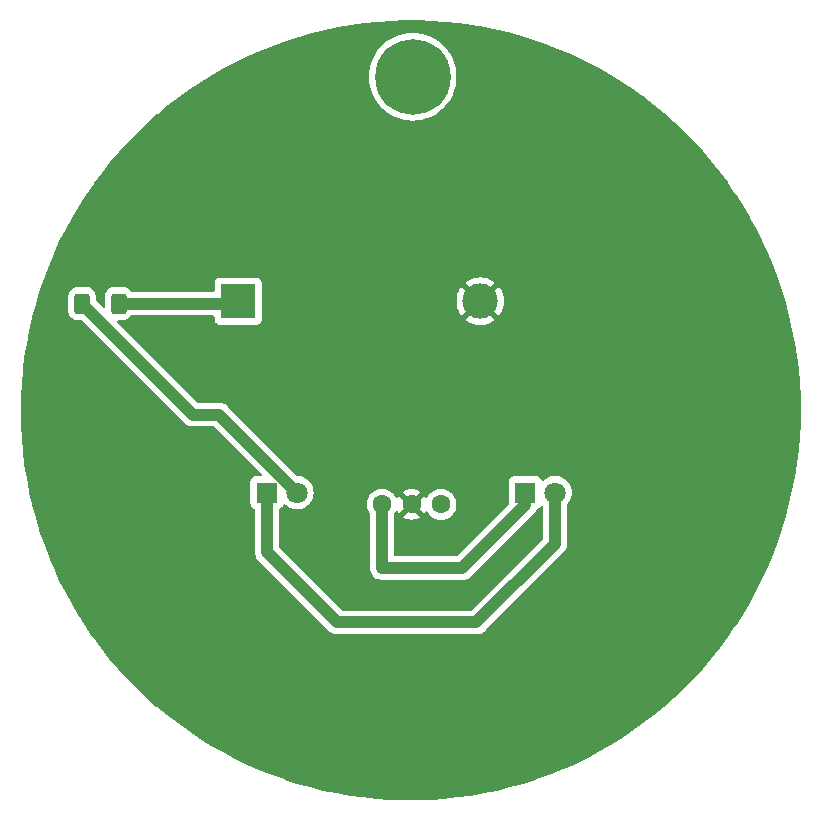
<source format=gbr>
%TF.GenerationSoftware,KiCad,Pcbnew,8.0.4*%
%TF.CreationDate,2024-08-07T13:37:20+08:00*%
%TF.ProjectId,flashlight schematic,666c6173-686c-4696-9768-742073636865,rev?*%
%TF.SameCoordinates,Original*%
%TF.FileFunction,Copper,L2,Bot*%
%TF.FilePolarity,Positive*%
%FSLAX46Y46*%
G04 Gerber Fmt 4.6, Leading zero omitted, Abs format (unit mm)*
G04 Created by KiCad (PCBNEW 8.0.4) date 2024-08-07 13:37:20*
%MOMM*%
%LPD*%
G01*
G04 APERTURE LIST*
G04 Aperture macros list*
%AMRoundRect*
0 Rectangle with rounded corners*
0 $1 Rounding radius*
0 $2 $3 $4 $5 $6 $7 $8 $9 X,Y pos of 4 corners*
0 Add a 4 corners polygon primitive as box body*
4,1,4,$2,$3,$4,$5,$6,$7,$8,$9,$2,$3,0*
0 Add four circle primitives for the rounded corners*
1,1,$1+$1,$2,$3*
1,1,$1+$1,$4,$5*
1,1,$1+$1,$6,$7*
1,1,$1+$1,$8,$9*
0 Add four rect primitives between the rounded corners*
20,1,$1+$1,$2,$3,$4,$5,0*
20,1,$1+$1,$4,$5,$6,$7,0*
20,1,$1+$1,$6,$7,$8,$9,0*
20,1,$1+$1,$8,$9,$2,$3,0*%
G04 Aperture macros list end*
%TA.AperFunction,ComponentPad*%
%ADD10C,6.400000*%
%TD*%
%TA.AperFunction,ComponentPad*%
%ADD11C,1.600000*%
%TD*%
%TA.AperFunction,ComponentPad*%
%ADD12R,1.800000X1.800000*%
%TD*%
%TA.AperFunction,ComponentPad*%
%ADD13C,1.800000*%
%TD*%
%TA.AperFunction,SMDPad,CuDef*%
%ADD14RoundRect,0.250000X-0.400000X-0.625000X0.400000X-0.625000X0.400000X0.625000X-0.400000X0.625000X0*%
%TD*%
%TA.AperFunction,ComponentPad*%
%ADD15R,3.000000X3.000000*%
%TD*%
%TA.AperFunction,ComponentPad*%
%ADD16C,3.000000*%
%TD*%
%TA.AperFunction,Conductor*%
%ADD17C,1.000000*%
%TD*%
%TA.AperFunction,Conductor*%
%ADD18C,0.200000*%
%TD*%
G04 APERTURE END LIST*
D10*
%TO.P,REF\u002A\u002A,1*%
%TO.N,N/C*%
X150200000Y-71400000D03*
%TD*%
D11*
%TO.P,SW1,1,A*%
%TO.N,Net-(D2-K)*%
X147600000Y-107600000D03*
%TO.P,SW1,2,B*%
%TO.N,Net-(BT1--)*%
X150100000Y-107600000D03*
%TO.P,SW1,3*%
%TO.N,N/C*%
X152600000Y-107600000D03*
%TD*%
D12*
%TO.P,D2,1,K*%
%TO.N,Net-(D2-K)*%
X159725000Y-106600000D03*
D13*
%TO.P,D2,2,A*%
%TO.N,Net-(D1-K)*%
X162265000Y-106600000D03*
%TD*%
D12*
%TO.P,D1,1,K*%
%TO.N,Net-(D1-K)*%
X137860000Y-106600000D03*
D13*
%TO.P,D1,2,A*%
%TO.N,Net-(D1-A)*%
X140400000Y-106600000D03*
%TD*%
D14*
%TO.P,R1,1*%
%TO.N,Net-(D1-A)*%
X122200000Y-90600000D03*
%TO.P,R1,2*%
%TO.N,Net-(BT1-+)*%
X125300000Y-90600000D03*
%TD*%
D15*
%TO.P,BT1,1,+*%
%TO.N,Net-(BT1-+)*%
X135425000Y-90400000D03*
D16*
%TO.P,BT1,2,-*%
%TO.N,Net-(BT1--)*%
X155915000Y-90400000D03*
%TD*%
D17*
%TO.N,Net-(BT1-+)*%
X125300000Y-90600000D02*
X135225000Y-90600000D01*
D18*
X135225000Y-90600000D02*
X135425000Y-90400000D01*
D17*
%TO.N,Net-(D1-A)*%
X122200000Y-90600000D02*
X131600000Y-100000000D01*
X131600000Y-100000000D02*
X133800000Y-100000000D01*
X133800000Y-100000000D02*
X140400000Y-106600000D01*
%TO.N,Net-(D1-K)*%
X155600000Y-117600000D02*
X162265000Y-110935000D01*
X137860000Y-111660000D02*
X143800000Y-117600000D01*
X143800000Y-117600000D02*
X155600000Y-117600000D01*
X162265000Y-110935000D02*
X162265000Y-106600000D01*
X137860000Y-106600000D02*
X137860000Y-111660000D01*
%TO.N,Net-(D2-K)*%
X154400000Y-113000000D02*
X147600000Y-113000000D01*
X159725000Y-107675000D02*
X154400000Y-113000000D01*
X147600000Y-113000000D02*
X147600000Y-107600000D01*
D18*
X159725000Y-106600000D02*
X159725000Y-107675000D01*
%TD*%
%TA.AperFunction,Conductor*%
%TO.N,Net-(BT1--)*%
G36*
X150673240Y-66618302D02*
G01*
X151810484Y-66657579D01*
X151814702Y-66657797D01*
X152949961Y-66736308D01*
X152954208Y-66736675D01*
X154086079Y-66854322D01*
X154090231Y-66854826D01*
X155217429Y-67011480D01*
X155221561Y-67012128D01*
X156342611Y-67207584D01*
X156346783Y-67208386D01*
X157454727Y-67441223D01*
X157460375Y-67442410D01*
X157464549Y-67443362D01*
X158569426Y-67715689D01*
X158573531Y-67716776D01*
X159134554Y-67875786D01*
X159668330Y-68027073D01*
X159672428Y-68028311D01*
X160755914Y-68376225D01*
X160759880Y-68377575D01*
X161716798Y-68721714D01*
X161830687Y-68762672D01*
X161834690Y-68764190D01*
X162891557Y-69186013D01*
X162895473Y-69187655D01*
X163445744Y-69429623D01*
X163937145Y-69645704D01*
X163941034Y-69647495D01*
X164966242Y-70141209D01*
X164970066Y-70143132D01*
X165977684Y-70671971D01*
X165981409Y-70674009D01*
X166970148Y-71237298D01*
X166973801Y-71239464D01*
X167942501Y-71836540D01*
X167946065Y-71838822D01*
X168819881Y-72419963D01*
X168823335Y-72422348D01*
X169500455Y-72907197D01*
X169706728Y-73054898D01*
X169710165Y-73057450D01*
X170611216Y-73750912D01*
X170614563Y-73753581D01*
X171491161Y-74477746D01*
X171494413Y-74480529D01*
X172345453Y-75234486D01*
X172348608Y-75237379D01*
X173173159Y-76020298D01*
X173176206Y-76023293D01*
X173763469Y-76620782D01*
X173973231Y-76834197D01*
X173976178Y-76837301D01*
X174744723Y-77675214D01*
X174747562Y-77678418D01*
X175486747Y-78542381D01*
X175489473Y-78545681D01*
X176198390Y-79434635D01*
X176201001Y-79438028D01*
X176878804Y-80350910D01*
X176881296Y-80354390D01*
X177527185Y-81290121D01*
X177529556Y-81293685D01*
X178142779Y-82251179D01*
X178145025Y-82254823D01*
X178724827Y-83232901D01*
X178726937Y-83236605D01*
X178774571Y-83323677D01*
X179272638Y-84234121D01*
X179274627Y-84237911D01*
X179785570Y-85253662D01*
X179787422Y-85257508D01*
X179873300Y-85444005D01*
X180262995Y-86290280D01*
X180264718Y-86294198D01*
X180704364Y-87342773D01*
X180705951Y-87346749D01*
X181109138Y-88409865D01*
X181110587Y-88413893D01*
X181476852Y-89490332D01*
X181478160Y-89494408D01*
X181807030Y-90582771D01*
X181808198Y-90586889D01*
X182099325Y-91686032D01*
X182100349Y-91690188D01*
X182353359Y-92798697D01*
X182354239Y-92802887D01*
X182568829Y-93919427D01*
X182569565Y-93923644D01*
X182745498Y-95046988D01*
X182746087Y-95051227D01*
X182883140Y-96179961D01*
X182883582Y-96184219D01*
X182981590Y-97316963D01*
X182981886Y-97321234D01*
X183040740Y-98456731D01*
X183040888Y-98461009D01*
X183060514Y-99597860D01*
X183060514Y-99602140D01*
X183040888Y-100738990D01*
X183040740Y-100743268D01*
X182981886Y-101878765D01*
X182981590Y-101883036D01*
X182883582Y-103015780D01*
X182883140Y-103020038D01*
X182746087Y-104148772D01*
X182745498Y-104153011D01*
X182569565Y-105276355D01*
X182568829Y-105280572D01*
X182354239Y-106397112D01*
X182353359Y-106401302D01*
X182100349Y-107509811D01*
X182099325Y-107513967D01*
X181808198Y-108613110D01*
X181807030Y-108617228D01*
X181478160Y-109705591D01*
X181476852Y-109709667D01*
X181110587Y-110786106D01*
X181109138Y-110790134D01*
X180705951Y-111853250D01*
X180704364Y-111857226D01*
X180264718Y-112905801D01*
X180262995Y-112909719D01*
X179787427Y-113942480D01*
X179785570Y-113946337D01*
X179274627Y-114962088D01*
X179272638Y-114965878D01*
X178726946Y-115963378D01*
X178724827Y-115967098D01*
X178145025Y-116945176D01*
X178142779Y-116948820D01*
X177529556Y-117906314D01*
X177527185Y-117909878D01*
X176881296Y-118845609D01*
X176878804Y-118849089D01*
X176201001Y-119761971D01*
X176198390Y-119765364D01*
X175489473Y-120654318D01*
X175486747Y-120657618D01*
X174747562Y-121521581D01*
X174744723Y-121524785D01*
X173976178Y-122362698D01*
X173973231Y-122365802D01*
X173176212Y-123176700D01*
X173173159Y-123179701D01*
X172348608Y-123962620D01*
X172345453Y-123965513D01*
X171494413Y-124719470D01*
X171491161Y-124722253D01*
X170614563Y-125446418D01*
X170611216Y-125449087D01*
X169710165Y-126142549D01*
X169706728Y-126145101D01*
X168782279Y-126807050D01*
X168778756Y-126809482D01*
X167831983Y-127439144D01*
X167828378Y-127441452D01*
X166860482Y-128038033D01*
X166856800Y-128040216D01*
X165868852Y-128603053D01*
X165865132Y-128605088D01*
X165040374Y-129037956D01*
X164858338Y-129133496D01*
X164854514Y-129135419D01*
X163830097Y-129628752D01*
X163826208Y-129630543D01*
X162785377Y-130088222D01*
X162781430Y-130089877D01*
X161725417Y-130511359D01*
X161721414Y-130512877D01*
X160651500Y-130897654D01*
X160647448Y-130899033D01*
X159564864Y-131246657D01*
X159560766Y-131247895D01*
X158466851Y-131557941D01*
X158462713Y-131559037D01*
X157358730Y-131831144D01*
X157354557Y-131832096D01*
X156241864Y-132065931D01*
X156237660Y-132066739D01*
X155117564Y-132262028D01*
X155113335Y-132262691D01*
X153987131Y-132419207D01*
X153982882Y-132419723D01*
X152851960Y-132537272D01*
X152847695Y-132537641D01*
X151713377Y-132616086D01*
X151709102Y-132616307D01*
X150572789Y-132655552D01*
X150568509Y-132655626D01*
X149431491Y-132655626D01*
X149427211Y-132655552D01*
X148290897Y-132616307D01*
X148286622Y-132616086D01*
X147152304Y-132537641D01*
X147148039Y-132537272D01*
X146017117Y-132419723D01*
X146012868Y-132419207D01*
X144886664Y-132262691D01*
X144882435Y-132262028D01*
X143762339Y-132066739D01*
X143758135Y-132065931D01*
X142645442Y-131832096D01*
X142641269Y-131831144D01*
X141537286Y-131559037D01*
X141533148Y-131557941D01*
X140439233Y-131247895D01*
X140435135Y-131246657D01*
X139352551Y-130899033D01*
X139348499Y-130897654D01*
X138278585Y-130512877D01*
X138274582Y-130511359D01*
X137218569Y-130089877D01*
X137214622Y-130088222D01*
X136173791Y-129630543D01*
X136169902Y-129628752D01*
X135145485Y-129135419D01*
X135141676Y-129133503D01*
X134134842Y-128605075D01*
X134131163Y-128603061D01*
X133143199Y-128040216D01*
X133139517Y-128038033D01*
X132171621Y-127441452D01*
X132168016Y-127439144D01*
X131221243Y-126809482D01*
X131217720Y-126807050D01*
X130293271Y-126145101D01*
X130289834Y-126142549D01*
X129388783Y-125449087D01*
X129385436Y-125446418D01*
X128508838Y-124722253D01*
X128505586Y-124719470D01*
X127654546Y-123965513D01*
X127651391Y-123962620D01*
X126826840Y-123179701D01*
X126823787Y-123176700D01*
X126026768Y-122365802D01*
X126023821Y-122362698D01*
X125255276Y-121524785D01*
X125252437Y-121521581D01*
X124513252Y-120657618D01*
X124510526Y-120654318D01*
X123801609Y-119765364D01*
X123798998Y-119761971D01*
X123121195Y-118849089D01*
X123118703Y-118845609D01*
X122907728Y-118539959D01*
X122540828Y-118008413D01*
X122538465Y-118004861D01*
X121934960Y-117062541D01*
X121932714Y-117058897D01*
X121867461Y-116948820D01*
X121352431Y-116080008D01*
X121350351Y-116076357D01*
X120804202Y-115078021D01*
X120802218Y-115074240D01*
X120747710Y-114965878D01*
X120290852Y-114057648D01*
X120289029Y-114053862D01*
X119813066Y-113020245D01*
X119811344Y-113016328D01*
X119571467Y-112444209D01*
X119371339Y-111966894D01*
X119369772Y-111962968D01*
X118966242Y-110898948D01*
X118964818Y-110894991D01*
X118598250Y-109817661D01*
X118596942Y-109813585D01*
X118562255Y-109698794D01*
X118267798Y-108724315D01*
X118266655Y-108720283D01*
X117975279Y-107620205D01*
X117974260Y-107616069D01*
X117972774Y-107609559D01*
X117742339Y-106599953D01*
X117721050Y-106506680D01*
X117720170Y-106502490D01*
X117505410Y-105385063D01*
X117504674Y-105380846D01*
X117328601Y-104256611D01*
X117328012Y-104252372D01*
X117315947Y-104153011D01*
X117190850Y-103122741D01*
X117190408Y-103118483D01*
X117092323Y-101984840D01*
X117092027Y-101980569D01*
X117033126Y-100844169D01*
X117032978Y-100839891D01*
X117029489Y-100637781D01*
X117013336Y-99702085D01*
X117013336Y-99697914D01*
X117032978Y-98560097D01*
X117033126Y-98555830D01*
X117038263Y-98456731D01*
X117092027Y-97419420D01*
X117092323Y-97415159D01*
X117190408Y-96281516D01*
X117190850Y-96277258D01*
X117202664Y-96179961D01*
X117328016Y-95147592D01*
X117328596Y-95143422D01*
X117504675Y-94019141D01*
X117505410Y-94014936D01*
X117720170Y-92897509D01*
X117721050Y-92893319D01*
X117974268Y-91783896D01*
X117975275Y-91779808D01*
X118266659Y-90679701D01*
X118267794Y-90675699D01*
X118494637Y-89924983D01*
X121049500Y-89924983D01*
X121049500Y-91275001D01*
X121049501Y-91275018D01*
X121060000Y-91377796D01*
X121060001Y-91377799D01*
X121095206Y-91484038D01*
X121115186Y-91544334D01*
X121207288Y-91693656D01*
X121331344Y-91817712D01*
X121480666Y-91909814D01*
X121647203Y-91964999D01*
X121749991Y-91975500D01*
X122109217Y-91975499D01*
X122176256Y-91995183D01*
X122196897Y-92011817D01*
X130822860Y-100637781D01*
X130822861Y-100637782D01*
X130924069Y-100738990D01*
X130962219Y-100777140D01*
X131092158Y-100863962D01*
X131126086Y-100886632D01*
X131232745Y-100930811D01*
X131308164Y-100962051D01*
X131501454Y-101000499D01*
X131501457Y-101000500D01*
X131501459Y-101000500D01*
X133334218Y-101000500D01*
X133401257Y-101020185D01*
X133421899Y-101036819D01*
X137372898Y-104987819D01*
X137406383Y-105049142D01*
X137401399Y-105118834D01*
X137359527Y-105174767D01*
X137294063Y-105199184D01*
X137285217Y-105199500D01*
X136912130Y-105199500D01*
X136912123Y-105199501D01*
X136852516Y-105205908D01*
X136717671Y-105256202D01*
X136717664Y-105256206D01*
X136602455Y-105342452D01*
X136602452Y-105342455D01*
X136516206Y-105457664D01*
X136516202Y-105457671D01*
X136465908Y-105592517D01*
X136459501Y-105652116D01*
X136459500Y-105652135D01*
X136459500Y-107547870D01*
X136459501Y-107547876D01*
X136465908Y-107607483D01*
X136516202Y-107742328D01*
X136516206Y-107742335D01*
X136602452Y-107857544D01*
X136602455Y-107857547D01*
X136717664Y-107943793D01*
X136717669Y-107943796D01*
X136778833Y-107966608D01*
X136834766Y-108008478D01*
X136859184Y-108073942D01*
X136859500Y-108082790D01*
X136859500Y-111758541D01*
X136859500Y-111758543D01*
X136859499Y-111758543D01*
X136897947Y-111951829D01*
X136897950Y-111951839D01*
X136973364Y-112133907D01*
X136973371Y-112133920D01*
X137082859Y-112297780D01*
X137082860Y-112297781D01*
X137082861Y-112297782D01*
X137222218Y-112437139D01*
X137222219Y-112437139D01*
X137229286Y-112444206D01*
X137229285Y-112444206D01*
X137229289Y-112444209D01*
X143162215Y-118377137D01*
X143162219Y-118377140D01*
X143326079Y-118486628D01*
X143326085Y-118486631D01*
X143326086Y-118486632D01*
X143508165Y-118562052D01*
X143701455Y-118600500D01*
X143701458Y-118600501D01*
X143701460Y-118600501D01*
X143904655Y-118600501D01*
X143904675Y-118600500D01*
X155698542Y-118600500D01*
X155717870Y-118596655D01*
X155795188Y-118581275D01*
X155891836Y-118562051D01*
X155945165Y-118539961D01*
X156073914Y-118486632D01*
X156237782Y-118377139D01*
X156377139Y-118237782D01*
X156377139Y-118237780D01*
X156387347Y-118227573D01*
X156387348Y-118227570D01*
X163042139Y-111572782D01*
X163079129Y-111517421D01*
X163151631Y-111408916D01*
X163151636Y-111408906D01*
X163227049Y-111226839D01*
X163227051Y-111226835D01*
X163265500Y-111033541D01*
X163265500Y-107629377D01*
X163285185Y-107562338D01*
X163298264Y-107545401D01*
X163373979Y-107463153D01*
X163500924Y-107268849D01*
X163594157Y-107056300D01*
X163651134Y-106831305D01*
X163656971Y-106760861D01*
X163670300Y-106600006D01*
X163670300Y-106599993D01*
X163651135Y-106368702D01*
X163651133Y-106368691D01*
X163594157Y-106143699D01*
X163500924Y-105931151D01*
X163373983Y-105736852D01*
X163373980Y-105736849D01*
X163373979Y-105736847D01*
X163216784Y-105566087D01*
X163216779Y-105566083D01*
X163216777Y-105566081D01*
X163033634Y-105423535D01*
X163033628Y-105423531D01*
X162829504Y-105313064D01*
X162829495Y-105313061D01*
X162609984Y-105237702D01*
X162419450Y-105205908D01*
X162381049Y-105199500D01*
X162148951Y-105199500D01*
X162110550Y-105205908D01*
X161920015Y-105237702D01*
X161700504Y-105313061D01*
X161700495Y-105313064D01*
X161496371Y-105423531D01*
X161496365Y-105423535D01*
X161313222Y-105566081D01*
X161313218Y-105566085D01*
X161304866Y-105575158D01*
X161244979Y-105611148D01*
X161175141Y-105609047D01*
X161117525Y-105569522D01*
X161097455Y-105534507D01*
X161068797Y-105457671D01*
X161068793Y-105457664D01*
X160982547Y-105342455D01*
X160982544Y-105342452D01*
X160867335Y-105256206D01*
X160867328Y-105256202D01*
X160732482Y-105205908D01*
X160732483Y-105205908D01*
X160672883Y-105199501D01*
X160672881Y-105199500D01*
X160672873Y-105199500D01*
X160672864Y-105199500D01*
X158777129Y-105199500D01*
X158777123Y-105199501D01*
X158717516Y-105205908D01*
X158582671Y-105256202D01*
X158582664Y-105256206D01*
X158467455Y-105342452D01*
X158467452Y-105342455D01*
X158381206Y-105457664D01*
X158381202Y-105457671D01*
X158330908Y-105592517D01*
X158324501Y-105652116D01*
X158324500Y-105652135D01*
X158324500Y-107547870D01*
X158324501Y-107547881D01*
X158329099Y-107590656D01*
X158316691Y-107659415D01*
X158293490Y-107691588D01*
X154021899Y-111963181D01*
X153960576Y-111996666D01*
X153934218Y-111999500D01*
X148724500Y-111999500D01*
X148657461Y-111979815D01*
X148611706Y-111927011D01*
X148600500Y-111875500D01*
X148600500Y-108477588D01*
X148620185Y-108410549D01*
X148622925Y-108406465D01*
X148730568Y-108252734D01*
X148737893Y-108237024D01*
X148784064Y-108184586D01*
X148851257Y-108165433D01*
X148918138Y-108185648D01*
X148962657Y-108237024D01*
X148969864Y-108252480D01*
X149020974Y-108325472D01*
X149617037Y-107729409D01*
X149634075Y-107792993D01*
X149699901Y-107907007D01*
X149792993Y-108000099D01*
X149907007Y-108065925D01*
X149970590Y-108082962D01*
X149374526Y-108679025D01*
X149447513Y-108730132D01*
X149447521Y-108730136D01*
X149653668Y-108826264D01*
X149653682Y-108826269D01*
X149873389Y-108885139D01*
X149873400Y-108885141D01*
X150099998Y-108904966D01*
X150100002Y-108904966D01*
X150326599Y-108885141D01*
X150326610Y-108885139D01*
X150546317Y-108826269D01*
X150546331Y-108826264D01*
X150752478Y-108730136D01*
X150825471Y-108679024D01*
X150229409Y-108082962D01*
X150292993Y-108065925D01*
X150407007Y-108000099D01*
X150500099Y-107907007D01*
X150565925Y-107792993D01*
X150582962Y-107729409D01*
X151179024Y-108325471D01*
X151230134Y-108252481D01*
X151237340Y-108237028D01*
X151283511Y-108184587D01*
X151350704Y-108165433D01*
X151417585Y-108185646D01*
X151462105Y-108237022D01*
X151469430Y-108252730D01*
X151469432Y-108252734D01*
X151599954Y-108439141D01*
X151760858Y-108600045D01*
X151760861Y-108600047D01*
X151947266Y-108730568D01*
X152153504Y-108826739D01*
X152373308Y-108885635D01*
X152535230Y-108899801D01*
X152599998Y-108905468D01*
X152600000Y-108905468D01*
X152600002Y-108905468D01*
X152656673Y-108900509D01*
X152826692Y-108885635D01*
X153046496Y-108826739D01*
X153252734Y-108730568D01*
X153439139Y-108600047D01*
X153600047Y-108439139D01*
X153730568Y-108252734D01*
X153826739Y-108046496D01*
X153885635Y-107826692D01*
X153905468Y-107600000D01*
X153900907Y-107547873D01*
X153885635Y-107373313D01*
X153885635Y-107373308D01*
X153826739Y-107153504D01*
X153730568Y-106947266D01*
X153600047Y-106760861D01*
X153600045Y-106760858D01*
X153439141Y-106599954D01*
X153252734Y-106469432D01*
X153252732Y-106469431D01*
X153046497Y-106373261D01*
X153046488Y-106373258D01*
X152826697Y-106314366D01*
X152826693Y-106314365D01*
X152826692Y-106314365D01*
X152826691Y-106314364D01*
X152826686Y-106314364D01*
X152600002Y-106294532D01*
X152599998Y-106294532D01*
X152373313Y-106314364D01*
X152373302Y-106314366D01*
X152153511Y-106373258D01*
X152153502Y-106373261D01*
X151947267Y-106469431D01*
X151947265Y-106469432D01*
X151760858Y-106599954D01*
X151599954Y-106760858D01*
X151469432Y-106947265D01*
X151469429Y-106947270D01*
X151462104Y-106962979D01*
X151415929Y-107015417D01*
X151348735Y-107034566D01*
X151281855Y-107014347D01*
X151237341Y-106962973D01*
X151230133Y-106947515D01*
X151230132Y-106947513D01*
X151179025Y-106874526D01*
X150582962Y-107470589D01*
X150565925Y-107407007D01*
X150500099Y-107292993D01*
X150407007Y-107199901D01*
X150292993Y-107134075D01*
X150229410Y-107117037D01*
X150825472Y-106520974D01*
X150752478Y-106469863D01*
X150546331Y-106373735D01*
X150546317Y-106373730D01*
X150326610Y-106314860D01*
X150326599Y-106314858D01*
X150100002Y-106295034D01*
X150099998Y-106295034D01*
X149873400Y-106314858D01*
X149873389Y-106314860D01*
X149653682Y-106373730D01*
X149653673Y-106373734D01*
X149447516Y-106469866D01*
X149447512Y-106469868D01*
X149374526Y-106520973D01*
X149374526Y-106520974D01*
X149970590Y-107117037D01*
X149907007Y-107134075D01*
X149792993Y-107199901D01*
X149699901Y-107292993D01*
X149634075Y-107407007D01*
X149617037Y-107470589D01*
X149020974Y-106874526D01*
X149020973Y-106874526D01*
X148969868Y-106947512D01*
X148969867Y-106947514D01*
X148962656Y-106962979D01*
X148916482Y-107015417D01*
X148849288Y-107034567D01*
X148782407Y-107014350D01*
X148737893Y-106962976D01*
X148730568Y-106947266D01*
X148600047Y-106760861D01*
X148600045Y-106760858D01*
X148439141Y-106599954D01*
X148252734Y-106469432D01*
X148252732Y-106469431D01*
X148046497Y-106373261D01*
X148046488Y-106373258D01*
X147826697Y-106314366D01*
X147826693Y-106314365D01*
X147826692Y-106314365D01*
X147826691Y-106314364D01*
X147826686Y-106314364D01*
X147600002Y-106294532D01*
X147599998Y-106294532D01*
X147373313Y-106314364D01*
X147373302Y-106314366D01*
X147153511Y-106373258D01*
X147153502Y-106373261D01*
X146947267Y-106469431D01*
X146947265Y-106469432D01*
X146760858Y-106599954D01*
X146599954Y-106760858D01*
X146469432Y-106947265D01*
X146469431Y-106947267D01*
X146373261Y-107153502D01*
X146373258Y-107153511D01*
X146314366Y-107373302D01*
X146314364Y-107373313D01*
X146294532Y-107599998D01*
X146294532Y-107600001D01*
X146314364Y-107826686D01*
X146314366Y-107826697D01*
X146373258Y-108046488D01*
X146373261Y-108046497D01*
X146469431Y-108252732D01*
X146469432Y-108252734D01*
X146577075Y-108406465D01*
X146599402Y-108472671D01*
X146599500Y-108477588D01*
X146599500Y-113098541D01*
X146599500Y-113098543D01*
X146599499Y-113098543D01*
X146637947Y-113291829D01*
X146637950Y-113291839D01*
X146713364Y-113473907D01*
X146713371Y-113473920D01*
X146822860Y-113637781D01*
X146822863Y-113637785D01*
X146962214Y-113777136D01*
X146962218Y-113777139D01*
X147126079Y-113886628D01*
X147126092Y-113886635D01*
X147308160Y-113962049D01*
X147308165Y-113962051D01*
X147308169Y-113962051D01*
X147308170Y-113962052D01*
X147501456Y-114000500D01*
X147501459Y-114000500D01*
X154498542Y-114000500D01*
X154517870Y-113996655D01*
X154595188Y-113981275D01*
X154691836Y-113962051D01*
X154745165Y-113939961D01*
X154873914Y-113886632D01*
X155037782Y-113777139D01*
X155177139Y-113637782D01*
X155177140Y-113637779D01*
X155184206Y-113630714D01*
X155184208Y-113630710D01*
X160502139Y-108312781D01*
X160611631Y-108148914D01*
X160645321Y-108067578D01*
X160689161Y-108013175D01*
X160725310Y-107997056D01*
X160725215Y-107996802D01*
X160729289Y-107995282D01*
X160731376Y-107994352D01*
X160732476Y-107994091D01*
X160732483Y-107994091D01*
X160867331Y-107943796D01*
X160982546Y-107857546D01*
X161006525Y-107825513D01*
X161041234Y-107779150D01*
X161097168Y-107737279D01*
X161166859Y-107732295D01*
X161228182Y-107765781D01*
X161261666Y-107827104D01*
X161264500Y-107853461D01*
X161264500Y-110469217D01*
X161244815Y-110536256D01*
X161228181Y-110556898D01*
X155221899Y-116563181D01*
X155160576Y-116596666D01*
X155134218Y-116599500D01*
X144265783Y-116599500D01*
X144198744Y-116579815D01*
X144178102Y-116563181D01*
X138896819Y-111281898D01*
X138863334Y-111220575D01*
X138860500Y-111194217D01*
X138860500Y-108082790D01*
X138880185Y-108015751D01*
X138932989Y-107969996D01*
X138941146Y-107966616D01*
X139002331Y-107943796D01*
X139117546Y-107857546D01*
X139203796Y-107742331D01*
X139222722Y-107691588D01*
X139232455Y-107665493D01*
X139274326Y-107609559D01*
X139339790Y-107585141D01*
X139408063Y-107599992D01*
X139439866Y-107624843D01*
X139447302Y-107632920D01*
X139448215Y-107633912D01*
X139448222Y-107633918D01*
X139631365Y-107776464D01*
X139631371Y-107776468D01*
X139631374Y-107776470D01*
X139835497Y-107886936D01*
X139893962Y-107907007D01*
X140055015Y-107962297D01*
X140055017Y-107962297D01*
X140055019Y-107962298D01*
X140283951Y-108000500D01*
X140283952Y-108000500D01*
X140516048Y-108000500D01*
X140516049Y-108000500D01*
X140744981Y-107962298D01*
X140964503Y-107886936D01*
X141168626Y-107776470D01*
X141182360Y-107765781D01*
X141310782Y-107665826D01*
X141351784Y-107633913D01*
X141508979Y-107463153D01*
X141635924Y-107268849D01*
X141729157Y-107056300D01*
X141786134Y-106831305D01*
X141791971Y-106760861D01*
X141805300Y-106600006D01*
X141805300Y-106599993D01*
X141786135Y-106368702D01*
X141786133Y-106368691D01*
X141729157Y-106143699D01*
X141635924Y-105931151D01*
X141508983Y-105736852D01*
X141508980Y-105736849D01*
X141508979Y-105736847D01*
X141351784Y-105566087D01*
X141351779Y-105566083D01*
X141351777Y-105566081D01*
X141168634Y-105423535D01*
X141168628Y-105423531D01*
X140964504Y-105313064D01*
X140964495Y-105313061D01*
X140744984Y-105237702D01*
X140554450Y-105205908D01*
X140516049Y-105199500D01*
X140516048Y-105199500D01*
X140465783Y-105199500D01*
X140398744Y-105179815D01*
X140378102Y-105163181D01*
X134584209Y-99369289D01*
X134584206Y-99369285D01*
X134584206Y-99369286D01*
X134577139Y-99362219D01*
X134577139Y-99362218D01*
X134437782Y-99222861D01*
X134437781Y-99222860D01*
X134437780Y-99222859D01*
X134273920Y-99113371D01*
X134273911Y-99113366D01*
X134201315Y-99083296D01*
X134145165Y-99060038D01*
X134091836Y-99037949D01*
X134091832Y-99037948D01*
X134091828Y-99037946D01*
X133995188Y-99018724D01*
X133898544Y-98999500D01*
X133898541Y-98999500D01*
X132065783Y-98999500D01*
X131998744Y-98979815D01*
X131978102Y-98963181D01*
X125202101Y-92187180D01*
X125168616Y-92125857D01*
X125173600Y-92056165D01*
X125215472Y-92000232D01*
X125280936Y-91975815D01*
X125289782Y-91975499D01*
X125750002Y-91975499D01*
X125750008Y-91975499D01*
X125852797Y-91964999D01*
X126019334Y-91909814D01*
X126168656Y-91817712D01*
X126292712Y-91693656D01*
X126313839Y-91659402D01*
X126365787Y-91612679D01*
X126419378Y-91600500D01*
X133300501Y-91600500D01*
X133367540Y-91620185D01*
X133413295Y-91672989D01*
X133424501Y-91724500D01*
X133424501Y-91947876D01*
X133430908Y-92007483D01*
X133481202Y-92142328D01*
X133481206Y-92142335D01*
X133567452Y-92257544D01*
X133567455Y-92257547D01*
X133682664Y-92343793D01*
X133682671Y-92343797D01*
X133817517Y-92394091D01*
X133817516Y-92394091D01*
X133824444Y-92394835D01*
X133877127Y-92400500D01*
X136972872Y-92400499D01*
X137032483Y-92394091D01*
X137167331Y-92343796D01*
X137282546Y-92257546D01*
X137368796Y-92142331D01*
X137419091Y-92007483D01*
X137425500Y-91947873D01*
X137425499Y-90399998D01*
X153909891Y-90399998D01*
X153909891Y-90400001D01*
X153930300Y-90685362D01*
X153991109Y-90964895D01*
X154091091Y-91232958D01*
X154228191Y-91484038D01*
X154228196Y-91484046D01*
X154334882Y-91626561D01*
X154334883Y-91626562D01*
X155237421Y-90724024D01*
X155250359Y-90755258D01*
X155332437Y-90878097D01*
X155436903Y-90982563D01*
X155559742Y-91064641D01*
X155590974Y-91077578D01*
X154688436Y-91980115D01*
X154830960Y-92086807D01*
X154830961Y-92086808D01*
X155082042Y-92223908D01*
X155082041Y-92223908D01*
X155350104Y-92323890D01*
X155629637Y-92384699D01*
X155914999Y-92405109D01*
X155915001Y-92405109D01*
X156200362Y-92384699D01*
X156479895Y-92323890D01*
X156747958Y-92223908D01*
X156999047Y-92086803D01*
X157141561Y-91980116D01*
X157141562Y-91980115D01*
X156239025Y-91077577D01*
X156270258Y-91064641D01*
X156393097Y-90982563D01*
X156497563Y-90878097D01*
X156579641Y-90755258D01*
X156592578Y-90724025D01*
X157495115Y-91626562D01*
X157495116Y-91626561D01*
X157601803Y-91484047D01*
X157738908Y-91232958D01*
X157838890Y-90964895D01*
X157899699Y-90685362D01*
X157920109Y-90400001D01*
X157920109Y-90399998D01*
X157899699Y-90114637D01*
X157838890Y-89835104D01*
X157738908Y-89567041D01*
X157601808Y-89315961D01*
X157601807Y-89315960D01*
X157495115Y-89173436D01*
X156592577Y-90075973D01*
X156579641Y-90044742D01*
X156497563Y-89921903D01*
X156393097Y-89817437D01*
X156270258Y-89735359D01*
X156239024Y-89722421D01*
X157141562Y-88819883D01*
X157141561Y-88819882D01*
X156999046Y-88713196D01*
X156999038Y-88713191D01*
X156747957Y-88576091D01*
X156747958Y-88576091D01*
X156479895Y-88476109D01*
X156200362Y-88415300D01*
X155915001Y-88394891D01*
X155914999Y-88394891D01*
X155629637Y-88415300D01*
X155350104Y-88476109D01*
X155082041Y-88576091D01*
X154830961Y-88713191D01*
X154830953Y-88713196D01*
X154688437Y-88819882D01*
X154688436Y-88819883D01*
X155590975Y-89722421D01*
X155559742Y-89735359D01*
X155436903Y-89817437D01*
X155332437Y-89921903D01*
X155250359Y-90044742D01*
X155237421Y-90075974D01*
X154334883Y-89173436D01*
X154334882Y-89173437D01*
X154228196Y-89315953D01*
X154228191Y-89315961D01*
X154091091Y-89567041D01*
X153991109Y-89835104D01*
X153930300Y-90114637D01*
X153909891Y-90399998D01*
X137425499Y-90399998D01*
X137425499Y-88852128D01*
X137419091Y-88792517D01*
X137389506Y-88713196D01*
X137368797Y-88657671D01*
X137368793Y-88657664D01*
X137282547Y-88542455D01*
X137282544Y-88542452D01*
X137167335Y-88456206D01*
X137167328Y-88456202D01*
X137032482Y-88405908D01*
X137032483Y-88405908D01*
X136972883Y-88399501D01*
X136972881Y-88399500D01*
X136972873Y-88399500D01*
X136972864Y-88399500D01*
X133877129Y-88399500D01*
X133877123Y-88399501D01*
X133817516Y-88405908D01*
X133682671Y-88456202D01*
X133682664Y-88456206D01*
X133567455Y-88542452D01*
X133567452Y-88542455D01*
X133481206Y-88657664D01*
X133481202Y-88657671D01*
X133430908Y-88792517D01*
X133424501Y-88852116D01*
X133424501Y-88852123D01*
X133424500Y-88852135D01*
X133424500Y-89475500D01*
X133404815Y-89542539D01*
X133352011Y-89588294D01*
X133300500Y-89599500D01*
X126419378Y-89599500D01*
X126352339Y-89579815D01*
X126313839Y-89540597D01*
X126292712Y-89506344D01*
X126168656Y-89382288D01*
X126019334Y-89290186D01*
X125852797Y-89235001D01*
X125852795Y-89235000D01*
X125750010Y-89224500D01*
X124849998Y-89224500D01*
X124849980Y-89224501D01*
X124747203Y-89235000D01*
X124747200Y-89235001D01*
X124580668Y-89290185D01*
X124580663Y-89290187D01*
X124431342Y-89382289D01*
X124307289Y-89506342D01*
X124215187Y-89655663D01*
X124215186Y-89655666D01*
X124160001Y-89822203D01*
X124160001Y-89822204D01*
X124160000Y-89822204D01*
X124149500Y-89924983D01*
X124149500Y-90835218D01*
X124129815Y-90902257D01*
X124077011Y-90948012D01*
X124007853Y-90957956D01*
X123944297Y-90928931D01*
X123937819Y-90922899D01*
X123386818Y-90371898D01*
X123353333Y-90310575D01*
X123350499Y-90284217D01*
X123350499Y-89924998D01*
X123350498Y-89924981D01*
X123339999Y-89822203D01*
X123339998Y-89822200D01*
X123338420Y-89817437D01*
X123284814Y-89655666D01*
X123192712Y-89506344D01*
X123068656Y-89382288D01*
X122919334Y-89290186D01*
X122752797Y-89235001D01*
X122752795Y-89235000D01*
X122650010Y-89224500D01*
X121749998Y-89224500D01*
X121749980Y-89224501D01*
X121647203Y-89235000D01*
X121647200Y-89235001D01*
X121480668Y-89290185D01*
X121480663Y-89290187D01*
X121331342Y-89382289D01*
X121207289Y-89506342D01*
X121115187Y-89655663D01*
X121115186Y-89655666D01*
X121060001Y-89822203D01*
X121060001Y-89822204D01*
X121060000Y-89822204D01*
X121049500Y-89924983D01*
X118494637Y-89924983D01*
X118596945Y-89586402D01*
X118598250Y-89582338D01*
X118964825Y-88504990D01*
X118966235Y-88501069D01*
X119369779Y-87437011D01*
X119371330Y-87433125D01*
X119811353Y-86383649D01*
X119813067Y-86379753D01*
X119933856Y-86117444D01*
X120289039Y-85346115D01*
X120290841Y-85342373D01*
X120802235Y-84325726D01*
X120804189Y-84322002D01*
X121350365Y-83323617D01*
X121352417Y-83320016D01*
X121932741Y-82341056D01*
X121934932Y-82337502D01*
X122548693Y-81379168D01*
X122551017Y-81375675D01*
X123197457Y-80439145D01*
X123199919Y-80435707D01*
X123878302Y-79522043D01*
X123880858Y-79518721D01*
X124590379Y-78629011D01*
X124593093Y-78625727D01*
X125332883Y-77761055D01*
X125335683Y-77757896D01*
X126104884Y-76919268D01*
X126107778Y-76916219D01*
X126905492Y-76104615D01*
X126908475Y-76101683D01*
X127733722Y-75318102D01*
X127736870Y-75315216D01*
X127824730Y-75237379D01*
X128588616Y-74560635D01*
X128591810Y-74557900D01*
X129469146Y-73833125D01*
X129472463Y-73830480D01*
X130374274Y-73136432D01*
X130377651Y-73133925D01*
X131302913Y-72471396D01*
X131306342Y-72469029D01*
X132253959Y-71838804D01*
X132257471Y-71836556D01*
X132965744Y-71399999D01*
X146494422Y-71399999D01*
X146494422Y-71400000D01*
X146514722Y-71787339D01*
X146575397Y-72170427D01*
X146575398Y-72170433D01*
X146656049Y-72471429D01*
X146675788Y-72545094D01*
X146814787Y-72907197D01*
X146990877Y-73252793D01*
X147202122Y-73578082D01*
X147202124Y-73578084D01*
X147446219Y-73879516D01*
X147720484Y-74153781D01*
X147720488Y-74153784D01*
X148021917Y-74397877D01*
X148144905Y-74477746D01*
X148347211Y-74609125D01*
X148692806Y-74785214D01*
X149054913Y-74924214D01*
X149429567Y-75024602D01*
X149812662Y-75085278D01*
X150178576Y-75104455D01*
X150199999Y-75105578D01*
X150200000Y-75105578D01*
X150200001Y-75105578D01*
X150220301Y-75104514D01*
X150587338Y-75085278D01*
X150970433Y-75024602D01*
X151345087Y-74924214D01*
X151707194Y-74785214D01*
X152052789Y-74609125D01*
X152378084Y-74397876D01*
X152679516Y-74153781D01*
X152953781Y-73879516D01*
X153197876Y-73578084D01*
X153409125Y-73252789D01*
X153585214Y-72907194D01*
X153724214Y-72545087D01*
X153824602Y-72170433D01*
X153885278Y-71787338D01*
X153905578Y-71400000D01*
X153885278Y-71012662D01*
X153824602Y-70629567D01*
X153724214Y-70254913D01*
X153585214Y-69892806D01*
X153409125Y-69547211D01*
X153409122Y-69547206D01*
X153197877Y-69221917D01*
X152953784Y-68920488D01*
X152953781Y-68920484D01*
X152679516Y-68646219D01*
X152645164Y-68618401D01*
X152378082Y-68402122D01*
X152052793Y-68190877D01*
X151707197Y-68014787D01*
X151345094Y-67875788D01*
X151345087Y-67875786D01*
X150970433Y-67775398D01*
X150970429Y-67775397D01*
X150970428Y-67775397D01*
X150587339Y-67714722D01*
X150200001Y-67694422D01*
X150199999Y-67694422D01*
X149812660Y-67714722D01*
X149429572Y-67775397D01*
X149429570Y-67775397D01*
X149054905Y-67875788D01*
X148692802Y-68014787D01*
X148347206Y-68190877D01*
X148021917Y-68402122D01*
X147720488Y-68646215D01*
X147720480Y-68646222D01*
X147446222Y-68920480D01*
X147446215Y-68920488D01*
X147202122Y-69221917D01*
X146990877Y-69547206D01*
X146814787Y-69892802D01*
X146675788Y-70254905D01*
X146575397Y-70629570D01*
X146575397Y-70629572D01*
X146514722Y-71012660D01*
X146494422Y-71399999D01*
X132965744Y-71399999D01*
X133226223Y-71239448D01*
X133229825Y-71237313D01*
X134218615Y-70673995D01*
X134222291Y-70671984D01*
X135229945Y-70143125D01*
X135233744Y-70141215D01*
X136258982Y-69647487D01*
X136262837Y-69645711D01*
X137304547Y-69187646D01*
X137308421Y-69186022D01*
X138365322Y-68764184D01*
X138369298Y-68762677D01*
X139440136Y-68377569D01*
X139444068Y-68376231D01*
X140527579Y-68028308D01*
X140531660Y-68027075D01*
X141626483Y-67716772D01*
X141630558Y-67715693D01*
X142735463Y-67443359D01*
X142739612Y-67442412D01*
X143853226Y-67208383D01*
X143857377Y-67207586D01*
X144978446Y-67012126D01*
X144982561Y-67011481D01*
X146109775Y-66854825D01*
X146113913Y-66854323D01*
X147245796Y-66736675D01*
X147250033Y-66736308D01*
X148385300Y-66657797D01*
X148389512Y-66657579D01*
X149526759Y-66618302D01*
X149531039Y-66618229D01*
X150668961Y-66618229D01*
X150673240Y-66618302D01*
G37*
%TD.AperFunction*%
%TD*%
M02*

</source>
